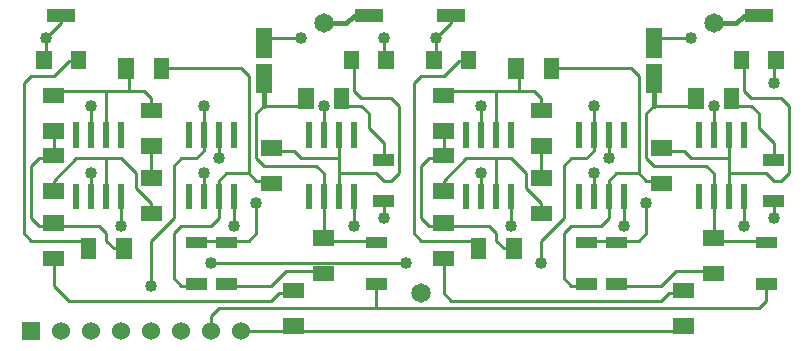
<source format=gbr>
G04 start of page 2 for group 0 idx 0 *
G04 Title: 36.006.01.01.01, component *
G04 Creator: pcb 20100929 *
G04 CreationDate: Wed Mar 18 07:56:07 2015 UTC *
G04 For: bert *
G04 Format: Gerber/RS-274X *
G04 PCB-Dimensions: 260000 115000 *
G04 PCB-Coordinate-Origin: lower left *
%MOIN*%
%FSLAX25Y25*%
%LNFRONT*%
%ADD11C,0.0100*%
%ADD12C,0.0150*%
%ADD13C,0.0200*%
%ADD14C,0.0600*%
%ADD15C,0.0650*%
%ADD16C,0.0400*%
%ADD17R,0.0200X0.0200*%
%ADD18R,0.0512X0.0512*%
%ADD19R,0.0394X0.0394*%
%ADD20R,0.0433X0.0433*%
%ADD21R,0.0515X0.0515*%
%ADD22C,0.0380*%
%ADD23C,0.0460*%
G54D11*X107500Y67500D02*Y52500D01*
Y62500D02*X95000D01*
X92500Y65000D01*
X87500D01*
X100000Y60000D02*X102500Y57500D01*
Y52500D01*
X80000Y55000D02*X85000D01*
X80000Y77500D02*Y62500D01*
X82500Y60000D01*
X100000D01*
X127500Y80000D02*Y57500D01*
X125000Y55000D01*
X122500D01*
X120000Y57500D01*
X107500D01*
X102500Y47500D02*Y35000D01*
X87500Y17500D02*X92500D01*
X90000Y25000D02*X102500D01*
X85000Y20000D02*X90000Y25000D01*
X80000Y37500D02*Y47500D01*
X102500Y35000D02*X120000D01*
Y12500D02*Y20000D01*
X85000Y15000D02*X87500Y17500D01*
X102500Y72500D02*Y80000D01*
X112500Y47500D02*Y40000D01*
X122500Y47500D02*Y42500D01*
X137500Y40000D02*X140000D01*
X135000Y42500D02*X137500Y40000D01*
X140000Y102500D02*Y95000D01*
X132500Y87500D02*Y37500D01*
X135000Y35000D01*
X145000Y110000D02*Y107500D01*
X140000Y102500D01*
X150000Y95000D02*X147500D01*
X142500Y90000D01*
X135000D01*
X132500Y87500D01*
X62500Y53000D02*Y57500D01*
X55000Y40000D02*X52500Y37500D01*
X67500Y52500D02*Y55000D01*
X70000Y57500D01*
X52500Y60000D02*Y42500D01*
G54D12*X112500Y110000D02*X115000D01*
X102500Y107500D02*X110000D01*
G54D11*X122500Y95000D02*Y102500D01*
G54D12*X110000Y107500D02*X112500Y110000D01*
G54D11*Y97500D02*Y85000D01*
X115000Y82500D01*
X95000Y102500D02*X82500D01*
X45000Y35000D02*Y20000D01*
X52500Y37500D02*Y22500D01*
X55000Y20000D01*
X60000D01*
X35000Y32500D02*X32500D01*
X30000Y35000D01*
Y37500D01*
X60000Y35000D02*X77500D01*
X80000Y37500D01*
X65000Y5000D02*Y10000D01*
X75000Y5000D02*X77500D01*
X65000Y10000D02*X67500Y12500D01*
X72500Y20000D02*X85000D01*
X17500Y15000D02*X85000D01*
X12500Y27500D02*Y20000D01*
X17500Y15000D01*
X35000Y47500D02*Y40000D01*
X45000Y47500D02*Y45000D01*
X40000Y57500D02*Y52500D01*
X45000Y47500D01*
X72500D02*Y40000D01*
X67500Y47500D02*Y42500D01*
X65000Y40000D01*
X55000D01*
X52500Y42500D02*X45000Y35000D01*
X70000Y57500D02*X77500D01*
X80000Y55000D01*
X75000Y92500D02*X77500Y90000D01*
Y57500D01*
G54D12*X82500Y80000D02*Y85000D01*
G54D11*X62500Y72500D02*Y80000D01*
X95000D02*X82500D01*
X80000Y77500D01*
X67500Y67500D02*Y62500D01*
X62500Y67500D02*Y65000D01*
X25000Y53000D02*Y57500D01*
X30000Y62500D02*Y52500D01*
X5000Y60000D02*Y42500D01*
X10000Y62500D02*X7500D01*
X5000Y60000D01*
X12500Y72500D02*Y62500D01*
Y52500D02*Y55000D01*
X2500Y87500D02*Y37500D01*
X12500Y55000D02*X20000Y62500D01*
X35000D02*X40000Y57500D01*
X15000Y85000D02*X42500D01*
X45000Y65611D02*Y57500D01*
X37500Y85000D02*Y90000D01*
X42500Y85000D02*X45000Y82500D01*
Y80000D01*
X50000Y92500D02*X75000D01*
X25000Y80000D02*Y72500D01*
X30000D02*Y85000D01*
X20000Y62500D02*X35000D01*
X62500Y65000D02*X60000Y62500D01*
X55000D01*
X52500Y60000D01*
X10000Y102500D02*Y95000D01*
X15000Y110000D02*Y107500D01*
X10000Y102500D01*
X20000Y95000D02*X17500D01*
X12500Y90000D01*
X5000D01*
X2500Y87500D01*
X7500Y40000D02*X10000D01*
X5000Y42500D02*X7500Y40000D01*
X30000Y37500D02*X27500Y40000D01*
X15000D01*
X2500Y37500D02*X5000Y35000D01*
X22500D01*
X117500Y77500D02*Y72500D01*
X122500Y67500D01*
Y62500D01*
X140000D02*X137500D01*
X142500Y72500D02*Y62500D01*
X125000Y82500D02*X127500Y80000D01*
X107500D02*X115000D01*
X117500Y77500D01*
X115000Y82500D02*X125000D01*
X155000Y80000D02*Y72500D01*
X150000Y62500D02*X165000D01*
X160000Y72500D02*Y85000D01*
X167500D02*Y90000D01*
X172500Y85000D02*X175000Y82500D01*
Y80000D01*
X145000Y85000D02*X172500D01*
X145000Y15000D02*X215000D01*
X175000Y35000D02*Y27500D01*
X185000Y40000D02*X182500Y37500D01*
Y22500D01*
X185000Y20000D01*
X190000D01*
X160000Y37500D02*X157500Y40000D01*
X190000Y35000D02*X207500D01*
X210000Y37500D01*
X135000Y35000D02*X152500D01*
X130000Y27500D02*X65000D01*
X157500Y40000D02*X145000D01*
X142500Y27500D02*Y17500D01*
X145000Y15000D01*
X67500Y12500D02*X247500D01*
X77500Y5000D02*X220000D01*
X202500Y20000D02*X215000D01*
X220000Y25000D01*
Y17500D02*X217500D01*
X215000Y15000D01*
X192500Y53000D02*Y57500D01*
X197500Y67500D02*Y62500D01*
X192500Y67500D02*Y65000D01*
X190000Y62500D01*
X247500Y77500D02*Y72500D01*
X242500Y85000D02*X245000Y82500D01*
X165000Y47500D02*Y40000D01*
X202500Y47500D02*Y40000D01*
X197500Y47500D02*Y42500D01*
X195000Y40000D01*
X185000D01*
X175000Y47500D02*Y45000D01*
X210000Y37500D02*Y47500D01*
X175000Y65611D02*Y57500D01*
X190000Y62500D02*X185000D01*
X182500Y60000D01*
Y42500D01*
X175000Y35000D01*
X155000Y53000D02*Y57500D01*
X135000Y60000D02*Y42500D01*
X137500Y62500D02*X135000Y60000D01*
X142500Y52500D02*Y55000D01*
X150000Y62500D01*
X165000D02*X170000Y57500D01*
Y52500D01*
X175000Y47500D01*
X160000Y62500D02*Y52500D01*
X165000Y32500D02*X162500D01*
X160000Y35000D01*
Y37500D01*
X237500Y67500D02*Y52500D01*
X245000Y80000D02*X247500Y77500D01*
X250000Y57500D02*X237500D01*
Y62500D02*X225000D01*
X232500Y72500D02*Y80000D01*
X230000Y60000D02*X232500Y57500D01*
Y52500D01*
X257500Y80000D02*Y57500D01*
X255000Y55000D01*
X247500Y72500D02*X252500Y67500D01*
Y62500D01*
X255000Y55000D02*X252500D01*
X250000Y57500D01*
X232500Y47500D02*Y35000D01*
X220000Y5000D02*X222500Y7500D01*
X220000Y25000D02*X232500D01*
X252500Y47500D02*Y42500D01*
X242500Y47500D02*Y40000D01*
X232500Y35000D02*X250000D01*
X247500Y12500D02*X250000Y15000D01*
Y20000D01*
X192500Y72500D02*Y80000D01*
X180000Y92500D02*X205000D01*
X207500Y90000D01*
G54D12*X212500Y80000D02*Y85000D01*
G54D11*X225000Y80000D02*X212500D01*
X197500Y52500D02*Y55000D01*
X200000Y57500D01*
X207500D01*
X210000Y55000D01*
X215000D01*
X207500Y90000D02*Y57500D01*
X212500Y80000D02*X210000Y77500D01*
X225000Y62500D02*X222500Y65000D01*
X217500D01*
X210000Y77500D02*Y62500D01*
X212500Y60000D01*
X230000D01*
X225000Y102500D02*X212500D01*
G54D12*X242500Y110000D02*X245000D01*
X232500Y107500D02*X240000D01*
X242500Y110000D01*
G54D11*X255000Y82500D02*X257500Y80000D01*
X237500D02*X245000D01*
X252500Y95000D02*Y87500D01*
X242500Y97500D02*Y85000D01*
X245000Y82500D02*X255000D01*
G54D13*G36*
X2000Y8000D02*Y2000D01*
X8000D01*
Y8000D01*
X2000D01*
G37*
G54D14*X15000Y5000D03*
X25000D03*
X35000D03*
X45000D03*
X55000D03*
G54D15*X232500Y107500D03*
G54D14*X65000Y5000D03*
X75000D03*
G54D15*X135000Y17500D03*
X102500Y107500D03*
G54D16*X112500Y40000D03*
X202500D03*
X165000D03*
X242500D03*
X252500Y42500D03*
X122500D03*
Y102500D03*
X102500Y80000D03*
X95000Y102500D03*
X155000Y57500D03*
Y80000D03*
X140000Y102500D03*
X130000Y27500D03*
X175000D03*
X62500Y57500D03*
X65000Y27500D03*
X72500Y40000D03*
X80000Y47500D03*
X67500Y62500D03*
X25000Y57500D03*
X62500Y80000D03*
X25000D03*
X10000Y102500D03*
X35000Y40000D03*
X45000Y20000D03*
X192500Y57500D03*
Y80000D03*
X210000Y47500D03*
X197500Y62500D03*
X232500Y80000D03*
X252500Y87500D03*
X225000Y102500D03*
G54D17*X97500Y53000D02*Y46500D01*
G54D18*X84016Y54095D02*X85984D01*
X91516Y6595D02*X93484D01*
X91516Y18405D02*X93484D01*
X101516Y24095D02*X103484D01*
G54D17*X102500Y53000D02*Y46500D01*
X107500Y53000D02*Y46500D01*
X112500Y53000D02*Y46500D01*
G54D18*X101516Y35905D02*X103484D01*
X154095Y33484D02*Y31516D01*
X141516Y29095D02*X143484D01*
X141516Y40905D02*X143484D01*
G54D19*X118524Y20611D02*X121476D01*
X118524Y34389D02*X121476D01*
G54D18*X165905Y33484D02*Y31516D01*
X174016Y44095D02*X175984D01*
X141516Y63405D02*X143484D01*
X141516Y51595D02*X143484D01*
G54D19*X121024Y48111D02*X123976D01*
X121024Y61889D02*X123976D01*
G54D17*X57500Y53000D02*Y46500D01*
G54D18*X11516Y51595D02*X13484D01*
G54D17*X20000Y53000D02*Y46500D01*
X25000Y53000D02*Y46500D01*
X30000Y53000D02*Y46500D01*
X35000Y53000D02*Y46500D01*
X62500Y53000D02*Y46500D01*
X67500Y53000D02*Y46500D01*
X72500Y53000D02*Y46500D01*
G54D18*X44016Y44095D02*X45984D01*
X24095Y33484D02*Y31516D01*
X35905Y33484D02*Y31516D01*
X11516Y29095D02*X13484D01*
X11516Y40905D02*X13484D01*
X44016Y55905D02*X45984D01*
G54D19*X68524Y20611D02*X71476D01*
X68524Y34389D02*X71476D01*
X58524D02*X61476D01*
X58524Y20611D02*X61476D01*
G54D18*X96595Y83484D02*Y81516D01*
G54D17*X112500Y73500D02*Y67000D01*
X107500Y73500D02*Y67000D01*
X102500Y73500D02*Y67000D01*
G54D18*X108405Y83484D02*Y81516D01*
G54D17*X97500Y73500D02*Y67000D01*
X72500Y73500D02*Y67000D01*
X67500Y73500D02*Y67000D01*
X62500Y73500D02*Y67000D01*
X57500Y73500D02*Y67000D01*
G54D18*X84016Y65905D02*X85984D01*
X111792Y95610D02*Y94824D01*
X123208Y95610D02*Y94824D01*
G54D20*X114941Y110177D02*X120059D01*
G54D18*X11516Y63405D02*X13484D01*
G54D17*X30000Y73500D02*Y67000D01*
X25000Y73500D02*Y67000D01*
X20000Y73500D02*Y67000D01*
G54D18*X11516Y71595D02*X13484D01*
X44016Y66595D02*X45984D01*
G54D17*X35000Y73500D02*Y67000D01*
G54D18*X11516Y83405D02*X13484D01*
G54D21*X82500Y91457D02*Y86732D01*
Y103268D02*Y98543D01*
G54D18*X36595Y93484D02*Y91516D01*
X48405Y93484D02*Y91516D01*
X44016Y78405D02*X45984D01*
X9292Y95610D02*Y94824D01*
X20708Y95610D02*Y94824D01*
G54D20*X12441Y110177D02*X17559D01*
G54D18*X214016Y54095D02*X215984D01*
G54D19*X251024Y48111D02*X253976D01*
X251024Y61889D02*X253976D01*
G54D17*X237500Y53000D02*Y46500D01*
X242500Y53000D02*Y46500D01*
G54D18*X214016Y65905D02*X215984D01*
G54D17*X242500Y73500D02*Y67000D01*
X237500Y73500D02*Y67000D01*
X232500Y73500D02*Y67000D01*
X227500Y73500D02*Y67000D01*
X202500Y53000D02*Y46500D01*
Y73500D02*Y67000D01*
X227500Y53000D02*Y46500D01*
X232500Y53000D02*Y46500D01*
G54D18*X166595Y93484D02*Y91516D01*
X178405Y93484D02*Y91516D01*
X139292Y95610D02*Y94824D01*
X150708Y95610D02*Y94824D01*
G54D20*X142441Y110177D02*X147559D01*
G54D18*X174016Y55905D02*X175984D01*
G54D17*X150000Y53000D02*Y46500D01*
X155000Y53000D02*Y46500D01*
X160000Y53000D02*Y46500D01*
X165000Y53000D02*Y46500D01*
G54D18*X174016Y66595D02*X175984D01*
X174016Y78405D02*X175984D01*
G54D17*X165000Y73500D02*Y67000D01*
X160000Y73500D02*Y67000D01*
G54D18*X141516Y71595D02*X143484D01*
X141516Y83405D02*X143484D01*
G54D17*X155000Y73500D02*Y67000D01*
X150000Y73500D02*Y67000D01*
X187500Y53000D02*Y46500D01*
X192500Y53000D02*Y46500D01*
X197500Y53000D02*Y46500D01*
Y73500D02*Y67000D01*
X192500Y73500D02*Y67000D01*
X187500Y73500D02*Y67000D01*
G54D21*X212500Y91457D02*Y86732D01*
G54D18*X241792Y95610D02*Y94824D01*
X253208Y95610D02*Y94824D01*
G54D20*X244941Y110177D02*X250059D01*
G54D21*X212500Y103268D02*Y98543D01*
G54D18*X238405Y83484D02*Y81516D01*
X226595Y83484D02*Y81516D01*
X221516Y6595D02*X223484D01*
X221516Y18405D02*X223484D01*
G54D19*X198524Y34389D02*X201476D01*
X188524D02*X191476D01*
X198524Y20611D02*X201476D01*
X188524D02*X191476D01*
G54D18*X231516Y24095D02*X233484D01*
X231516Y35905D02*X233484D01*
G54D19*X248524Y20611D02*X251476D01*
X248524Y34389D02*X251476D01*
G54D22*G54D23*G54D22*G54D23*G54D13*M02*

</source>
